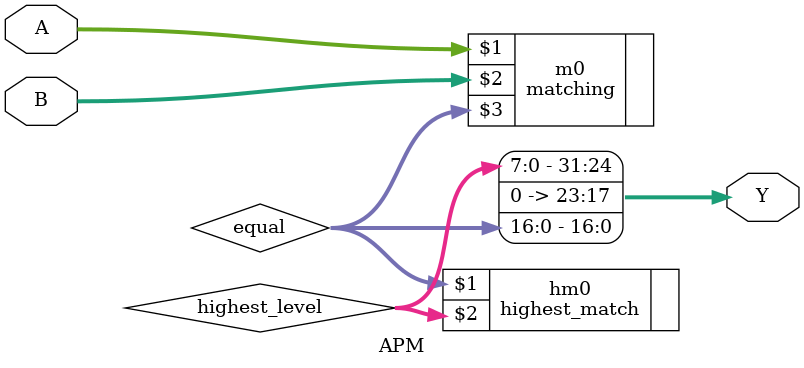
<source format=sv>
module APM(
		input logic [31:0] A,
		input logic [31:0] B,
		output logic [31:0] Y);

	logic [16:0] equal;
	logic [7:0] highest_level;

	matching m0(A,B,equal);
	highest_match hm0(equal,highest_level);

	assign Y = {highest_level, 7'b0000000, equal};

endmodule



</source>
